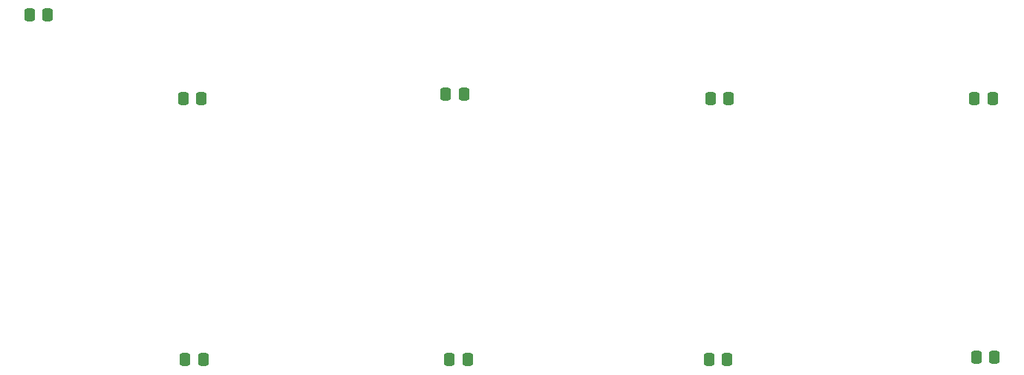
<source format=gbr>
%TF.GenerationSoftware,KiCad,Pcbnew,(6.0.10-0)*%
%TF.CreationDate,2023-01-22T14:07:56+10:30*%
%TF.ProjectId,16p,3136702e-6b69-4636-9164-5f7063625858,rev?*%
%TF.SameCoordinates,Original*%
%TF.FileFunction,Paste,Bot*%
%TF.FilePolarity,Positive*%
%FSLAX46Y46*%
G04 Gerber Fmt 4.6, Leading zero omitted, Abs format (unit mm)*
G04 Created by KiCad (PCBNEW (6.0.10-0)) date 2023-01-22 14:07:56*
%MOMM*%
%LPD*%
G01*
G04 APERTURE LIST*
G04 Aperture macros list*
%AMRoundRect*
0 Rectangle with rounded corners*
0 $1 Rounding radius*
0 $2 $3 $4 $5 $6 $7 $8 $9 X,Y pos of 4 corners*
0 Add a 4 corners polygon primitive as box body*
4,1,4,$2,$3,$4,$5,$6,$7,$8,$9,$2,$3,0*
0 Add four circle primitives for the rounded corners*
1,1,$1+$1,$2,$3*
1,1,$1+$1,$4,$5*
1,1,$1+$1,$6,$7*
1,1,$1+$1,$8,$9*
0 Add four rect primitives between the rounded corners*
20,1,$1+$1,$2,$3,$4,$5,0*
20,1,$1+$1,$4,$5,$6,$7,0*
20,1,$1+$1,$6,$7,$8,$9,0*
20,1,$1+$1,$8,$9,$2,$3,0*%
G04 Aperture macros list end*
%ADD10RoundRect,0.250000X-0.337500X-0.475000X0.337500X-0.475000X0.337500X0.475000X-0.337500X0.475000X0*%
%ADD11RoundRect,0.250000X0.337500X0.475000X-0.337500X0.475000X-0.337500X-0.475000X0.337500X-0.475000X0*%
G04 APERTURE END LIST*
D10*
%TO.C,C17*%
X124460000Y-10785000D03*
X126535000Y-10785000D03*
%TD*%
%TO.C,C18*%
X124692500Y-40351846D03*
X126767500Y-40351846D03*
%TD*%
%TO.C,C5*%
X34252500Y-10785000D03*
X36327500Y-10785000D03*
%TD*%
%TO.C,C10*%
X64600004Y-40640000D03*
X66675004Y-40640000D03*
%TD*%
%TO.C,C9*%
X64182918Y-10280000D03*
X66257918Y-10280000D03*
%TD*%
%TO.C,C6*%
X34487178Y-40640000D03*
X36562178Y-40640000D03*
%TD*%
%TO.C,C13*%
X94390832Y-10785000D03*
X96465832Y-10785000D03*
%TD*%
D11*
%TO.C,C2*%
X18817500Y-1270000D03*
X16742500Y-1270000D03*
%TD*%
D10*
%TO.C,C14*%
X94212500Y-40640000D03*
X96287500Y-40640000D03*
%TD*%
M02*

</source>
